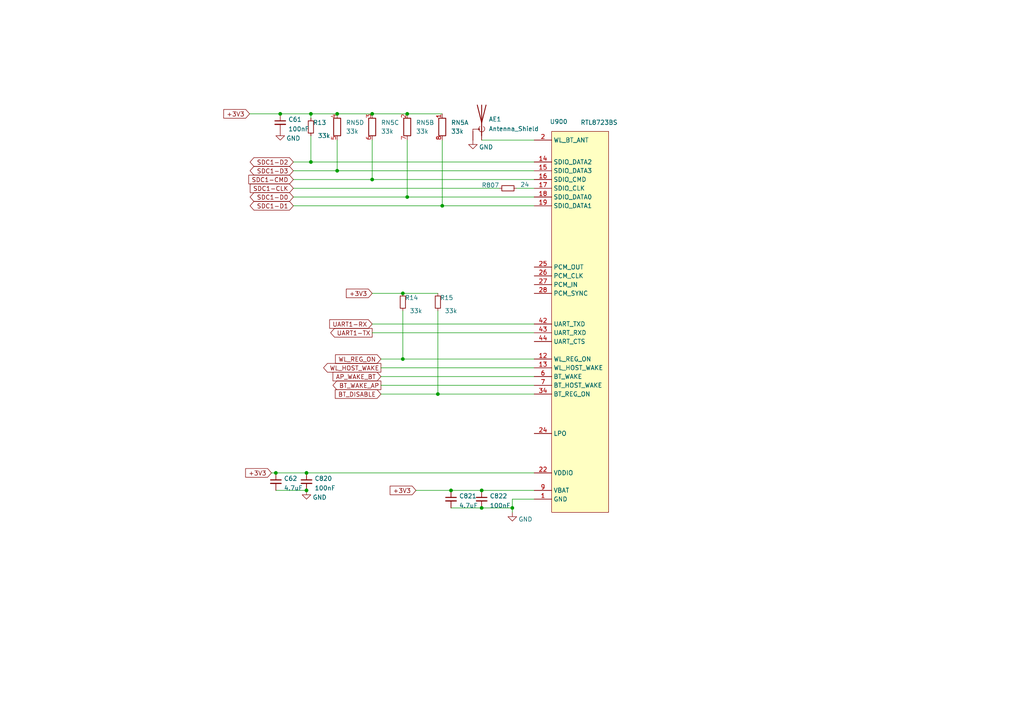
<source format=kicad_sch>
(kicad_sch (version 20250114) (generator "eeschema") (generator_version "9.0")
  (paper "A4")
  (lib_symbols
    (symbol "Device:Antenna_Shield" (pin_numbers (hide yes)) (pin_names (offset 1.016) (hide yes))
      (property "Reference" "AE" (at -1.905 4.445 0))
      (property "Value" "Antenna_Shield" (at -1.905 2.54 0))
      (symbol "Antenna_Shield_0_1"
        (arc (start 0 -2.667) (mid -0.8485 -2.1032) (end -0.508 -1.143))
        (polyline (pts (xy 0 5.08) (xy 0 -3.81)) (stroke (width 0.254)))
        (polyline (pts (xy 0 -2.54) (xy 0 0)))
        (arc (start 0.508 -1.143) (mid 0.8046 -2.0885) (end 0 -2.667))
        (polyline (pts (xy 0.762 -1.905) (xy 2.54 -1.905)))
        (circle (center 0.762 -1.905) (radius 0.1778) (fill (type outline)))
        (polyline (pts (xy 1.27 5.08) (xy 0 0) (xy -1.27 5.08)) (stroke (width 0.254)))
        (polyline (pts (xy 2.54 -2.54) (xy 2.54 -1.905)))
      )
      (symbol "Antenna_Shield_1_1"
        (pin input line (at 0 -5.08 90) (length 2.54) (name "A") (number "1"))
        (pin input line (at 2.54 -5.08 90) (length 2.54) (name "Shield") (number "2"))
      )
    )
    (symbol "Device:C_Small" (pin_numbers (hide yes)) (pin_names (offset 0.254) (hide yes))
      (property "Reference" "C" (at 0.254 1.778 0))
      (property "Value" "C_Small" (at 0.254 -2.032 0))
      (symbol "C_Small_0_1"
        (polyline (pts (xy -1.524 0.508) (xy 1.524 0.508)) (stroke (width 0.3048)))
        (polyline (pts (xy -1.524 -0.508) (xy 1.524 -0.508)) (stroke (width 0.3302)))
      )
      (symbol "C_Small_1_1"
        (pin passive line (at 0 2.54 270) (length 2.032) (name "~") (number "1"))
        (pin passive line (at 0 -2.54 90) (length 2.032) (name "~") (number "2"))
      )
    )
    (symbol "Device:R_Pack04_Split" (pin_names (offset 0) (hide yes))
      (property "Reference" "RN" (at 2.032 0 90))
      (property "Value" "R_Pack04_Split" (at 0 0 90))
      (symbol "R_Pack04_Split_0_1"
        (rectangle (start 1.016 2.54) (end -1.016 -2.54) (stroke (width 0.254)))
      )
      (symbol "R_Pack04_Split_1_1"
        (pin passive line (at 0 3.81 270) (length 1.27) (name "R1.2") (number "8"))
        (pin passive line (at 0 -3.81 90) (length 1.27) (name "R1.1") (number "1"))
      )
      (symbol "R_Pack04_Split_2_1"
        (pin passive line (at 0 3.81 270) (length 1.27) (name "R2.2") (number "7"))
        (pin passive line (at 0 -3.81 90) (length 1.27) (name "R2.1") (number "2"))
      )
      (symbol "R_Pack04_Split_3_1"
        (pin passive line (at 0 3.81 270) (length 1.27) (name "R3.2") (number "6"))
        (pin passive line (at 0 -3.81 90) (length 1.27) (name "R3.1") (number "3"))
      )
      (symbol "R_Pack04_Split_4_1"
        (pin passive line (at 0 3.81 270) (length 1.27) (name "R4.2") (number "5"))
        (pin passive line (at 0 -3.81 90) (length 1.27) (name "R4.1") (number "4"))
      )
    )
    (symbol "Device:R_Small" (pin_numbers (hide yes)) (pin_names (offset 0.254) (hide yes))
      (property "Reference" "R" (at 0.762 0.508 0))
      (property "Value" "R_Small" (at 0.762 -1.016 0))
      (symbol "R_Small_0_1"
        (rectangle (start -0.762 1.778) (end 0.762 -1.778) (stroke (width 0.2032)))
      )
      (symbol "R_Small_1_1"
        (pin passive line (at 0 2.54 270) (length 0.762) (name "~") (number "1"))
        (pin passive line (at 0 -2.54 90) (length 0.762) (name "~") (number "2"))
      )
    )
    (symbol "power:GND" (power) (pin_names (offset 0))
      (property "Value" "GND" (at 0 -3.81 0))
      (symbol "GND_0_1"
        (polyline (pts (xy 0 0) (xy 0 -1.27) (xy 1.27 -1.27) (xy 0 -2.54) (xy -1.27 -1.27) (xy 0 -1.27)))
      )
      (symbol "GND_1_1"
        (pin power_in line (at 0 0 270) (length 0) (hide yes) (name "GND") (number "1"))
      )
    )
    (symbol "sdio:RTL8723BS"
      (property "Reference" "U" (at 0 6.35 0))
      (property "Value" "RTL8723BS" (at 0 3.81 0))
      (symbol "RTL8723BS_0_1"
        (rectangle (start -5.08 -1.27) (end 11.43 -111.76) (stroke (width 0.1524)) (fill (type background)))
      )
      (symbol "RTL8723BS_1_1"
        (pin passive line (at -10.16 -3.81 0) (length 5.08) (name "WL_BT_ANT") (number "2"))
        (pin passive line (at -10.16 -10.16 0) (length 5.08) (name "SDIO_DATA2") (number "14"))
        (pin passive line (at -10.16 -12.7 0) (length 5.08) (name "SDIO_DATA3") (number "15"))
        (pin passive line (at -10.16 -15.24 0) (length 5.08) (name "SDIO_CMD") (number "16"))
        (pin passive line (at -10.16 -17.78 0) (length 5.08) (name "SDIO_CLK") (number "17"))
        (pin passive line (at -10.16 -20.32 0) (length 5.08) (name "SDIO_DATA0") (number "18"))
        (pin passive line (at -10.16 -22.86 0) (length 5.08) (name "SDIO_DATA1") (number "19"))
        (pin passive line (at -10.16 -40.64 0) (length 5.08) (name "PCM_OUT") (number "25"))
        (pin passive line (at -10.16 -43.18 0) (length 5.08) (name "PCM_CLK") (number "26"))
        (pin passive line (at -10.16 -45.72 0) (length 5.08) (name "PCM_IN") (number "27"))
        (pin passive line (at -10.16 -48.26 0) (length 5.08) (name "PCM_SYNC") (number "28"))
        (pin passive line (at -10.16 -57.15 0) (length 5.08) (name "UART_TXD") (number "42"))
        (pin passive line (at -10.16 -59.69 0) (length 5.08) (name "UART_RXD") (number "43"))
        (pin passive line (at -10.16 -62.23 0) (length 5.08) (name "UART_CTS") (number "44"))
        (pin passive line (at -10.16 -67.31 0) (length 5.08) (name "WL_REG_ON") (number "12"))
        (pin passive line (at -10.16 -69.85 0) (length 5.08) (name "WL_HOST_WAKE") (number "13"))
        (pin passive line (at -10.16 -72.39 0) (length 5.08) (name "BT_WAKE") (number "6"))
        (pin passive line (at -10.16 -74.93 0) (length 5.08) (name "BT_HOST_WAKE") (number "7"))
        (pin passive line (at -10.16 -77.47 0) (length 5.08) (name "BT_REG_ON") (number "34"))
        (pin passive line (at -10.16 -88.9 0) (length 5.08) (name "LPO") (number "24"))
        (pin passive line (at -10.16 -100.33 0) (length 5.08) (name "VDDIO") (number "22"))
        (pin passive line (at -10.16 -105.41 0) (length 5.08) (name "VBAT") (number "9"))
        (pin passive line (at -10.16 -107.95 0) (length 5.08) (name "GND") (number "1"))
        (pin passive line (at -10.16 -107.95 0) (length 5.08) (hide yes) (name "GND") (number "20"))
        (pin passive line (at -10.16 -107.95 0) (length 5.08) (hide yes) (name "GND") (number "3"))
        (pin passive line (at -10.16 -107.95 0) (length 5.08) (hide yes) (name "GND") (number "31"))
        (pin passive line (at -10.16 -107.95 0) (length 5.08) (hide yes) (name "GND") (number "33"))
        (pin passive line (at -10.16 -107.95 0) (length 5.08) (hide yes) (name "GND") (number "36"))
        (pin passive line (at -10.16 -107.95 0) (length 5.08) (hide yes) (name "GND") (number "41"))
      )
    )
  )
  (junction (at 97.79 33.02))
  (junction (at 118.11 57.15))
  (junction (at 107.95 33.02))
  (junction (at 90.17 33.02))
  (junction (at 107.95 52.07))
  (junction (at 80.01 137.16))
  (junction (at 127 114.3))
  (junction (at 116.84 104.14))
  (junction (at 88.9 142.24))
  (junction (at 88.9 137.16) (diameter 0.9144))
  (junction (at 128.27 59.69))
  (junction (at 118.11 33.02))
  (junction (at 130.81 142.24) (diameter 0.9144))
  (junction (at 81.28 33.02))
  (junction (at 97.79 49.53))
  (junction (at 148.59 147.32) (diameter 0.9144))
  (junction (at 139.7 142.24) (diameter 0.9144))
  (junction (at 139.7 147.32) (diameter 0.9144))
  (junction (at 116.84 85.09))
  (junction (at 90.17 46.99))
  (wire (pts (xy 130.81 147.32) (xy 139.7 147.32)))
  (wire (pts (xy 90.17 46.99) (xy 154.94 46.99)))
  (wire (pts (xy 118.11 40.64) (xy 118.11 57.15)))
  (wire (pts (xy 139.7 147.32) (xy 148.59 147.32)))
  (wire (pts (xy 85.09 52.07) (xy 107.95 52.07)))
  (wire (pts (xy 80.01 137.16) (xy 88.9 137.16)))
  (wire (pts (xy 110.49 106.68) (xy 154.94 106.68)))
  (wire (pts (xy 90.17 33.02) (xy 97.79 33.02)))
  (wire (pts (xy 81.28 33.02) (xy 90.17 33.02)))
  (wire (pts (xy 116.84 104.14) (xy 154.94 104.14)))
  (wire (pts (xy 118.11 57.15) (xy 154.94 57.15)))
  (wire (pts (xy 149.86 54.61) (xy 154.94 54.61)))
  (wire (pts (xy 116.84 90.17) (xy 116.84 104.14)))
  (wire (pts (xy 107.95 93.98) (xy 154.94 93.98)))
  (wire (pts (xy 88.9 137.16) (xy 154.94 137.16)))
  (wire (pts (xy 90.17 33.02) (xy 90.17 34.29)))
  (wire (pts (xy 116.84 85.09) (xy 127 85.09)))
  (wire (pts (xy 107.95 40.64) (xy 107.95 52.07)))
  (wire (pts (xy 107.95 52.07) (xy 154.94 52.07)))
  (wire (pts (xy 107.95 85.09) (xy 116.84 85.09)))
  (wire (pts (xy 139.7 40.64) (xy 154.94 40.64)))
  (wire (pts (xy 118.11 33.02) (xy 128.27 33.02)))
  (wire (pts (xy 110.49 109.22) (xy 154.94 109.22)))
  (wire (pts (xy 148.59 147.32) (xy 148.59 148.59)))
  (wire (pts (xy 107.95 96.52) (xy 154.94 96.52)))
  (wire (pts (xy 97.79 40.64) (xy 97.79 49.53)))
  (wire (pts (xy 90.17 39.37) (xy 90.17 46.99)))
  (wire (pts (xy 127 114.3) (xy 154.94 114.3)))
  (wire (pts (xy 85.09 49.53) (xy 97.79 49.53)))
  (wire (pts (xy 97.79 49.53) (xy 154.94 49.53)))
  (wire (pts (xy 85.09 46.99) (xy 90.17 46.99)))
  (wire (pts (xy 85.09 54.61) (xy 144.78 54.61)))
  (wire (pts (xy 148.59 144.78) (xy 148.59 147.32)))
  (wire (pts (xy 127 90.17) (xy 127 114.3)))
  (wire (pts (xy 154.94 144.78) (xy 148.59 144.78)))
  (wire (pts (xy 128.27 59.69) (xy 154.94 59.69)))
  (wire (pts (xy 139.7 142.24) (xy 154.94 142.24)))
  (wire (pts (xy 97.79 33.02) (xy 107.95 33.02)))
  (wire (pts (xy 78.74 137.16) (xy 80.01 137.16)))
  (wire (pts (xy 128.27 40.64) (xy 128.27 59.69)))
  (wire (pts (xy 85.09 59.69) (xy 128.27 59.69)))
  (wire (pts (xy 110.49 111.76) (xy 154.94 111.76)))
  (wire (pts (xy 110.49 104.14) (xy 116.84 104.14)))
  (wire (pts (xy 80.01 142.24) (xy 88.9 142.24)))
  (wire (pts (xy 110.49 114.3) (xy 127 114.3)))
  (wire (pts (xy 107.95 33.02) (xy 118.11 33.02)))
  (wire (pts (xy 85.09 57.15) (xy 118.11 57.15)))
  (wire (pts (xy 130.81 142.24) (xy 139.7 142.24)))
  (wire (pts (xy 72.39 33.02) (xy 81.28 33.02)))
  (wire (pts (xy 120.65 142.24) (xy 130.81 142.24)))
  (global_label "SDC1-D1" (shape bidirectional) (at 85.09 59.69 180) (property "Intersheetrefs" "${INTERSHEET_REFS}" (effects (hide yes))))
  (global_label "SDC1-D2" (shape bidirectional) (at 85.09 46.99 180) (property "Intersheetrefs" "${INTERSHEET_REFS}" (effects (hide yes))))
  (global_label "WL_HOST_WAKE" (shape output) (at 110.49 106.68 180) (property "Intersheetrefs" "${INTERSHEET_REFS}" (effects (hide yes))))
  (global_label "SDC1-CLK" (shape input) (at 85.09 54.61 180) (property "Intersheetrefs" "${INTERSHEET_REFS}" (effects (hide yes))))
  (global_label "UART1-RX" (shape input) (at 107.95 93.98 180) (property "Intersheetrefs" "${INTERSHEET_REFS}" (effects (hide yes))))
  (global_label "+3V3" (shape input) (at 72.39 33.02 180) (property "Intersheetrefs" "${INTERSHEET_REFS}" (effects (hide yes))))
  (global_label "+3V3" (shape input) (at 78.74 137.16 180) (property "Intersheetrefs" "${INTERSHEET_REFS}" (effects (hide yes))))
  (global_label "UART1-TX" (shape output) (at 107.95 96.52 180) (property "Intersheetrefs" "${INTERSHEET_REFS}" (effects (hide yes))))
  (global_label "BT_WAKE_AP" (shape output) (at 110.49 111.76 180) (property "Intersheetrefs" "${INTERSHEET_REFS}" (effects (hide yes))))
  (global_label "AP_WAKE_BT" (shape input) (at 110.49 109.22 180) (property "Intersheetrefs" "${INTERSHEET_REFS}" (effects (hide yes))))
  (global_label "WL_REG_ON" (shape input) (at 110.49 104.14 180) (property "Intersheetrefs" "${INTERSHEET_REFS}" (effects (hide yes))))
  (global_label "BT_DISABLE" (shape input) (at 110.49 114.3 180) (property "Intersheetrefs" "${INTERSHEET_REFS}" (effects (hide yes))))
  (global_label "+3V3" (shape input) (at 120.65 142.24 180) (property "Intersheetrefs" "${INTERSHEET_REFS}" (effects (hide yes))))
  (global_label "SDC1-D0" (shape bidirectional) (at 85.09 57.15 180) (property "Intersheetrefs" "${INTERSHEET_REFS}" (effects (hide yes))))
  (global_label "+3V3" (shape input) (at 107.95 85.09 180) (property "Intersheetrefs" "${INTERSHEET_REFS}" (effects (hide yes))))
  (global_label "SDC1-CMD" (shape input) (at 85.09 52.07 180) (property "Intersheetrefs" "${INTERSHEET_REFS}" (effects (hide yes))))
  (global_label "SDC1-D3" (shape bidirectional) (at 85.09 49.53 180) (property "Intersheetrefs" "${INTERSHEET_REFS}" (effects (hide yes))))
  (symbol (lib_id "Device:C_Small") (at 130.81 144.78 0) (unit 1)
    (property "Reference" "C821" (at 133.1342 143.8715 0) (effects (justify left)))
    (property "Value" "4.7uF" (at 133.1342 146.6466 0) (effects (justify left)))
    (property "Footprint" "Capacitor_SMD:C_0603_1608Metric" (effects (hide yes)))
  )
  (symbol (lib_id "power:GND") (at 148.59 148.59 0) (unit 1)
    (property "Reference" "#PWR0103" (effects (hide yes)))
    (property "Value" "GND" (at 152.4 150.6126 0))
  )
  (symbol (lib_id "Device:R_Pack04_Split") (at 128.27 36.83 180) (unit 1)
    (property "Reference" "RN5" (at 130.81 35.5599 0) (effects (justify right)))
    (property "Value" "33k" (at 130.81 38.0999 0) (effects (justify right)))
    (property "Footprint" "Resistor_SMD:R_Array_Concave_4x0402" (effects (hide yes)))
  )
  (symbol (lib_id "Device:R_Small") (at 147.32 54.61 90) (unit 1)
    (property "Reference" "R807" (at 142.24 53.7168 90))
    (property "Value" "24" (at 152.2162 53.5442 90))
    (property "Footprint" "Resistor_SMD:R_0402_1005Metric" (effects (hide yes)))
  )
  (symbol (lib_id "Device:R_Small") (at 127 87.63 180) (unit 1)
    (property "Reference" "R15" (at 129.54 86.36 0))
    (property "Value" "33k" (at 130.81 90.17 0))
    (property "Footprint" "Resistor_SMD:R_0402_1005Metric" (effects (hide yes)))
  )
  (symbol (lib_id "Device:R_Pack04_Split") (at 118.11 36.83 180) (unit 2)
    (property "Reference" "RN5" (at 120.65 35.5599 0) (effects (justify right)))
    (property "Value" "33k" (at 120.65 38.0999 0) (effects (justify right)))
    (property "Footprint" "Resistor_SMD:R_Array_Concave_4x0402" (effects (hide yes)))
  )
  (symbol (lib_id "Device:R_Pack04_Split") (at 97.79 36.83 180) (unit 4)
    (property "Reference" "RN5" (at 100.33 35.5599 0) (effects (justify right)))
    (property "Value" "33k" (at 100.33 38.0999 0) (effects (justify right)))
    (property "Footprint" "Resistor_SMD:R_Array_Concave_4x0402" (effects (hide yes)))
  )
  (symbol (lib_id "Device:R_Small") (at 116.84 87.63 180) (unit 1)
    (property "Reference" "R14" (at 119.38 86.36 0))
    (property "Value" "33k" (at 120.65 90.17 0))
    (property "Footprint" "Resistor_SMD:R_0402_1005Metric" (effects (hide yes)))
  )
  (symbol (lib_id "Device:R_Pack04_Split") (at 107.95 36.83 180) (unit 3)
    (property "Reference" "RN5" (at 110.49 35.5599 0) (effects (justify right)))
    (property "Value" "33k" (at 110.49 38.0999 0) (effects (justify right)))
    (property "Footprint" "Resistor_SMD:R_Array_Concave_4x0402" (effects (hide yes)))
  )
  (symbol (lib_id "Device:Antenna_Shield") (at 139.7 35.56 0) (mirror y) (unit 1)
    (property "Reference" "AE1" (at 141.7321 34.588 0) (effects (justify right)))
    (property "Value" "Antenna_Shield" (at 141.7321 37.3631 0) (effects (justify right)))
    (property "Footprint" "Connector_Coaxial:U.FL_Hirose_U.FL-R-SMT-1_Vertical" (effects (hide yes)))
  )
  (symbol (lib_id "Device:C_Small") (at 81.28 35.56 0) (unit 1)
    (property "Reference" "C61" (at 83.6042 34.6515 0) (effects (justify left)))
    (property "Value" "100nF" (at 83.6042 37.4266 0) (effects (justify left)))
    (property "Footprint" "Capacitor_SMD:C_0402_1005Metric" (effects (hide yes)))
  )
  (symbol (lib_id "power:GND") (at 81.28 38.1 0) (unit 1)
    (property "Reference" "#PWR0173" (effects (hide yes)))
    (property "Value" "GND" (at 85.09 40.1226 0))
  )
  (symbol (lib_id "power:GND") (at 137.16 40.64 0) (unit 1)
    (property "Reference" "#PWR0130" (effects (hide yes)))
    (property "Value" "GND" (at 140.97 42.6626 0))
  )
  (symbol (lib_id "Device:C_Small") (at 80.01 139.7 0) (unit 1)
    (property "Reference" "C62" (at 82.3342 138.7915 0) (effects (justify left)))
    (property "Value" "4.7uF" (at 82.3342 141.5666 0) (effects (justify left)))
    (property "Footprint" "Capacitor_SMD:C_0603_1608Metric" (effects (hide yes)))
  )
  (symbol (lib_id "Device:C_Small") (at 88.9 139.7 0) (unit 1)
    (property "Reference" "C820" (at 91.2242 138.7915 0) (effects (justify left)))
    (property "Value" "100nF" (at 91.2242 141.5666 0) (effects (justify left)))
    (property "Footprint" "Capacitor_SMD:C_0402_1005Metric" (effects (hide yes)))
  )
  (symbol (lib_id "Device:R_Small") (at 90.17 36.83 180) (unit 1)
    (property "Reference" "R13" (at 92.71 35.56 0))
    (property "Value" "33k" (at 93.98 39.37 0))
    (property "Footprint" "Resistor_SMD:R_0402_1005Metric" (effects (hide yes)))
  )
  (symbol (lib_id "sdio:RTL8723BS") (at 165.1 36.83 0) (unit 1)
    (property "Reference" "U900" (at 159.4613 35.2865 0) (effects (justify left)))
    (property "Value" "RTL8723BS" (at 168.3513 35.5216 0) (effects (justify left)))
    (property "Footprint" "sdio:lga44_12x12mm_P0.9" (effects (hide yes)))
  )
  (symbol (lib_id "Device:C_Small") (at 139.7 144.78 0) (unit 1)
    (property "Reference" "C822" (at 142.0242 143.8715 0) (effects (justify left)))
    (property "Value" "100nF" (at 142.0242 146.6466 0) (effects (justify left)))
    (property "Footprint" "Capacitor_SMD:C_0402_1005Metric" (effects (hide yes)))
  )
  (symbol (lib_id "power:GND") (at 88.9 142.24 0) (unit 1)
    (property "Reference" "#PWR0129" (effects (hide yes)))
    (property "Value" "GND" (at 92.71 144.2626 0))
  )
)
</source>
